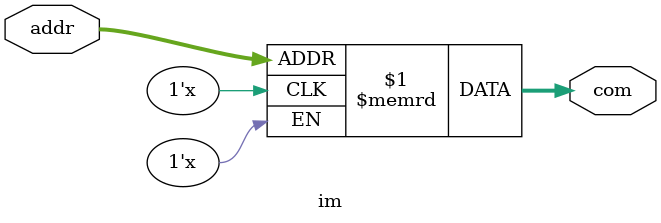
<source format=v>
`ifndef __IM_V
`define __IM_V

module im(addr, com);
	input [15:0] addr;
	output [15:0] com;
	reg [15:0] prog[15:0]; //можно больше
	
	assign com = prog[addr];
endmodule


`endif // __IM_V

</source>
